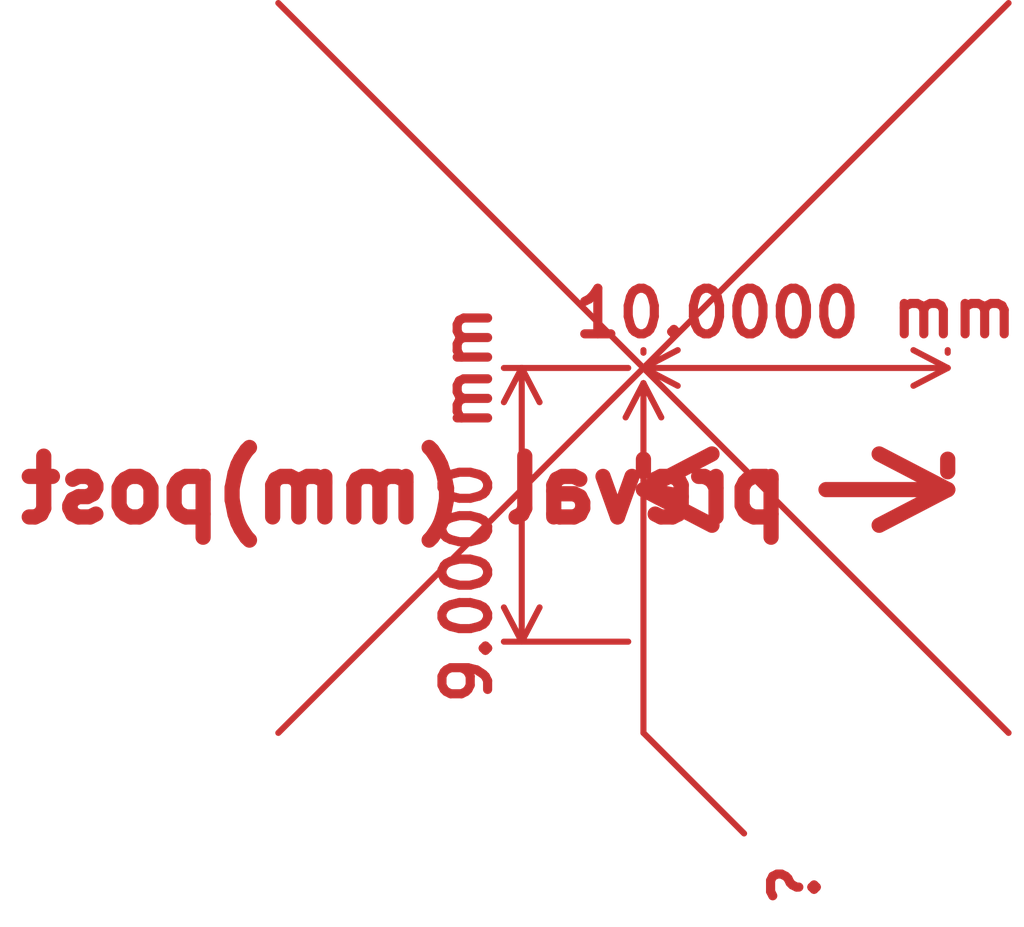
<source format=kicad_pcb>
(kicad_pcb (version 20211014) (generator pcbnew)

  (general
    (thickness 1.6)
  )

  (paper "User" 399.999 299.999)
  (title_block
    (title "A board")
    (date "2023-02-01")
    (rev "v1")
    (company "Winterbloom")
    (comment 1 "Comment 1")
    (comment 3 "Comment 3")
    (comment 5 "Comment 5")
    (comment 7 "Comment 7")
    (comment 9 "Comment 9")
  )

  (layers
    (0 "F.Cu" signal)
    (31 "B.Cu" signal)
    (32 "B.Adhes" user "B.Adhesive")
    (33 "F.Adhes" user "F.Adhesive")
    (34 "B.Paste" user)
    (35 "F.Paste" user)
    (36 "B.SilkS" user "B.Silkscreen")
    (37 "F.SilkS" user "F.Silkscreen")
    (38 "B.Mask" user)
    (39 "F.Mask" user)
    (40 "Dwgs.User" user "User.Drawings")
    (41 "Cmts.User" user "User.Comments")
    (42 "Eco1.User" user "User.Eco1")
    (43 "Eco2.User" user "User.Eco2")
    (44 "Edge.Cuts" user)
    (45 "Margin" user)
    (46 "B.CrtYd" user "B.Courtyard")
    (47 "F.CrtYd" user "F.Courtyard")
    (48 "B.Fab" user)
    (49 "F.Fab" user)
    (50 "User.1" user)
    (51 "User.2" user)
    (52 "User.3" user)
    (53 "User.4" user)
    (54 "User.5" user)
    (55 "User.6" user)
    (56 "User.7" user)
    (57 "User.8" user)
    (58 "User.9" user)
  )

  (setup
    (pad_to_mask_clearance 0)
    (pcbplotparams
      (layerselection 0x00010fc_ffffffff)
      (disableapertmacros false)
      (usegerberextensions false)
      (usegerberattributes true)
      (usegerberadvancedattributes true)
      (creategerberjobfile true)
      (svguseinch false)
      (svgprecision 6)
      (excludeedgelayer true)
      (plotframeref false)
      (viasonmask false)
      (mode 1)
      (useauxorigin false)
      (hpglpennumber 1)
      (hpglpenspeed 20)
      (hpglpendiameter 15.000000)
      (dxfpolygonmode true)
      (dxfimperialunits true)
      (dxfusepcbnewfont true)
      (psnegative false)
      (psa4output false)
      (plotreference true)
      (plotvalue true)
      (plotinvisibletext false)
      (sketchpadsonfab false)
      (subtractmaskfromsilk false)
      (outputformat 1)
      (mirror false)
      (drillshape 1)
      (scaleselection 1)
      (outputdirectory "")
    )
  )

  (net 0 "")

  (dimension (type aligned) (layer "F.Cu") (tstamp 41268d21-fc52-4833-9492-40b15519108c)
    (pts (xy 0 4) (xy 10 4))
    (height 0)
    (gr_text "preval (mm)post" (at 5 4) (layer "F.Cu") (tstamp 17c45c3b-96aa-461e-b7f2-8473b6c72338)
      (effects (font (size 2 2) (thickness 0.5)) (justify left mirror))
    )
    (format (prefix "pre") (suffix "post") (units 2) (units_format 2) (precision 3) (override_value "val") suppress_zeroes)
    (style (thickness 0.5) (arrow_length 2.54) (text_position_mode 1) (extension_height 0.58642) (extension_offset 1) keep_text_aligned)
  )
  (dimension (type aligned) (layer "F.Cu") (tstamp 6d3a748b-5560-4941-97df-14fab46955f4)
    (pts (xy 0 0) (xy 10 0))
    (height 0)
    (gr_text "10.0000 mm" (at 5 -1.8) (layer "F.Cu") (tstamp 16c34920-d474-44dd-b552-ef4cc74435fc)
      (effects (font (size 1.5 1.5) (thickness 0.3)))
    )
    (format (units 3) (units_format 1) (precision 4))
    (style (thickness 0.2) (arrow_length 1.27) (text_position_mode 0) (extension_height 0.58642) (extension_offset 0.5) keep_text_aligned)
  )
  (dimension (type leader) (layer "F.Cu") (tstamp 93553c54-c04e-43b1-baeb-992415507d5f)
    (pts (xy 0 0) (xy 0 12))
    (gr_text "?" (at 5 17 90) (layer "F.Cu") (tstamp 27f58fab-444a-4238-a649-ddce4610347a)
      (effects (font (size 1.5 1.5) (thickness 0.3)))
    )
    (format (units 0) (units_format 0) (precision 4) (override_value "?"))
    (style (thickness 0.2) (arrow_length 1.27) (text_position_mode 0) (text_frame 0) (extension_offset 0.5))
  )
  (dimension (type center) (layer "F.Cu") (tstamp b1c047cd-07b7-414f-bb7f-46f7f9b84db1)
    (pts (xy 0 0) (xy 12 12))
    (style (thickness 0.2) (arrow_length 1.27) (text_position_mode 0) (extension_offset 0.5) keep_text_aligned)
  )
  (dimension (type orthogonal) (layer "F.Cu") (tstamp 7781b0b3-2f1d-443f-aad0-4e4a702e862e)
    (pts (xy 0 0) (xy 0 9))
    (height -4)
    (orientation 1)
    (gr_text "9.0000 mm" (at -5.8 4.5 90) (layer "F.Cu") (tstamp ca64183c-8226-4244-8a7c-396421592c6f)
      (effects (font (size 1.5 1.5) (thickness 0.3)))
    )
    (format (units 3) (units_format 1) (precision 4))
    (style (thickness 0.2) (arrow_length 1.27) (text_position_mode 0) (extension_height 0.58642) (extension_offset 0.5) keep_text_aligned)
  )

)

</source>
